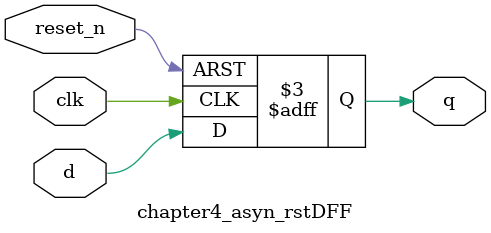
<source format=v>
module chapter4_asyn_rstDFF(
    input clk,
    input reset_n,
    input d,
    output reg q
    );
    always @(posedge clk or negedge reset_n) begin
    if(!reset_n)
        q<=0;
    else
        q<=d;
    end
endmodule

</source>
